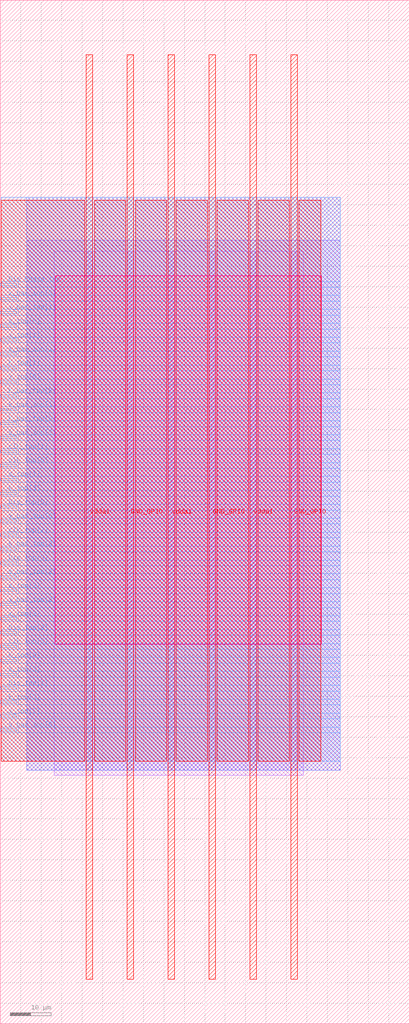
<source format=lef>
VERSION 5.7 ;
  NOWIREEXTENSIONATPIN ON ;
  DIVIDERCHAR "/" ;
  BUSBITCHARS "[]" ;
MACRO blackbox_test_4
  CLASS BLOCK ;
  FOREIGN blackbox_test_4 ;
  ORIGIN 0.000 0.000 ;
  SIZE 100.000 BY 250.000 ;
  PIN Dis_Phase_top
    DIRECTION INPUT ;
    USE SIGNAL ;
    PORT
      LAYER met3 ;
        RECT 0.000 180.240 4.000 180.840 ;
    END
  END Dis_Phase_top
  PIN Dis_top[0]
    DIRECTION INPUT ;
    USE SIGNAL ;
    PORT
      LAYER met3 ;
        RECT 0.000 125.840 4.000 126.440 ;
    END
  END Dis_top[0]
  PIN Dis_top[1]
    DIRECTION INPUT ;
    USE SIGNAL ;
    PORT
      LAYER met3 ;
        RECT 0.000 81.640 4.000 82.240 ;
    END
  END Dis_top[1]
  PIN Dis_top[2]
    DIRECTION INPUT ;
    USE SIGNAL ;
    PORT
      LAYER met3 ;
        RECT 0.000 95.240 4.000 95.840 ;
    END
  END Dis_top[2]
  PIN Dis_top[3]
    DIRECTION INPUT ;
    USE SIGNAL ;
    PORT
      LAYER met3 ;
        RECT 0.000 112.240 4.000 112.840 ;
    END
  END Dis_top[3]
  PIN GND_GPIO
    DIRECTION INOUT ;
    USE GROUND ;
    PORT
      LAYER met4 ;
        RECT 31.040 10.880 32.640 236.640 ;
    END
    PORT
      LAYER met4 ;
        RECT 51.040 10.880 52.640 236.640 ;
    END
    PORT
      LAYER met4 ;
        RECT 71.040 10.880 72.640 236.640 ;
    END
  END GND_GPIO
  PIN clk_top[0]
    DIRECTION INPUT ;
    USE SIGNAL ;
    PORT
      LAYER met3 ;
        RECT 0.000 136.040 4.000 136.640 ;
    END
  END clk_top[0]
  PIN clk_top[1]
    DIRECTION INPUT ;
    USE SIGNAL ;
    PORT
      LAYER met3 ;
        RECT 0.000 139.440 4.000 140.040 ;
    END
  END clk_top[1]
  PIN clk_top[2]
    DIRECTION INPUT ;
    USE SIGNAL ;
    PORT
      LAYER met3 ;
        RECT 0.000 119.040 4.000 119.640 ;
    END
  END clk_top[2]
  PIN clk_top[3]
    DIRECTION INPUT ;
    USE SIGNAL ;
    PORT
      LAYER met3 ;
        RECT 0.000 91.840 4.000 92.440 ;
    END
  END clk_top[3]
  PIN k_bar_top[0]
    DIRECTION INPUT ;
    USE SIGNAL ;
    PORT
      LAYER met3 ;
        RECT 0.000 146.240 4.000 146.840 ;
    END
  END k_bar_top[0]
  PIN k_bar_top[1]
    DIRECTION INPUT ;
    USE SIGNAL ;
    PORT
      LAYER met3 ;
        RECT 0.000 149.640 4.000 150.240 ;
    END
  END k_bar_top[1]
  PIN k_bar_top[2]
    DIRECTION INPUT ;
    USE SIGNAL ;
    PORT
      LAYER met3 ;
        RECT 0.000 115.640 4.000 116.240 ;
    END
  END k_bar_top[2]
  PIN k_bar_top[3]
    DIRECTION INPUT ;
    USE SIGNAL ;
    PORT
      LAYER met3 ;
        RECT 0.000 153.040 4.000 153.640 ;
    END
  END k_bar_top[3]
  PIN k_top[0]
    DIRECTION INPUT ;
    USE SIGNAL ;
    PORT
      LAYER met3 ;
        RECT 0.000 88.440 4.000 89.040 ;
    END
  END k_top[0]
  PIN k_top[1]
    DIRECTION INPUT ;
    USE SIGNAL ;
    PORT
      LAYER met3 ;
        RECT 0.000 159.840 4.000 160.440 ;
    END
  END k_top[1]
  PIN k_top[2]
    DIRECTION INPUT ;
    USE SIGNAL ;
    PORT
      LAYER met3 ;
        RECT 0.000 78.240 4.000 78.840 ;
    END
  END k_top[2]
  PIN k_top[3]
    DIRECTION INPUT ;
    USE SIGNAL ;
    PORT
      LAYER met3 ;
        RECT 0.000 129.240 4.000 129.840 ;
    END
  END k_top[3]
  PIN s_bar_top[0]
    DIRECTION OUTPUT TRISTATE ;
    USE SIGNAL ;
    PORT
      LAYER met3 ;
        RECT 0.000 71.440 4.000 72.040 ;
    END
  END s_bar_top[0]
  PIN s_bar_top[1]
    DIRECTION OUTPUT TRISTATE ;
    USE SIGNAL ;
    PORT
      LAYER met3 ;
        RECT 0.000 163.240 4.000 163.840 ;
    END
  END s_bar_top[1]
  PIN s_bar_top[2]
    DIRECTION OUTPUT TRISTATE ;
    USE SIGNAL ;
    PORT
      LAYER met3 ;
        RECT 0.000 108.840 4.000 109.440 ;
    END
  END s_bar_top[2]
  PIN s_bar_top[3]
    DIRECTION OUTPUT TRISTATE ;
    USE SIGNAL ;
    PORT
      LAYER met3 ;
        RECT 0.000 142.840 4.000 143.440 ;
    END
  END s_bar_top[3]
  PIN s_top[0]
    DIRECTION OUTPUT TRISTATE ;
    USE SIGNAL ;
    PORT
      LAYER met3 ;
        RECT 0.000 170.040 4.000 170.640 ;
    END
  END s_top[0]
  PIN s_top[1]
    DIRECTION OUTPUT TRISTATE ;
    USE SIGNAL ;
    PORT
      LAYER met3 ;
        RECT 0.000 132.640 4.000 133.240 ;
    END
  END s_top[1]
  PIN s_top[2]
    DIRECTION OUTPUT TRISTATE ;
    USE SIGNAL ;
    PORT
      LAYER met3 ;
        RECT 0.000 105.440 4.000 106.040 ;
    END
  END s_top[2]
  PIN s_top[3]
    DIRECTION OUTPUT TRISTATE ;
    USE SIGNAL ;
    PORT
      LAYER met3 ;
        RECT 0.000 85.040 4.000 85.640 ;
    END
  END s_top[3]
  PIN vdda1
    DIRECTION INOUT ;
    USE POWER ;
    PORT
      LAYER met4 ;
        RECT 21.040 10.880 22.640 236.640 ;
    END
    PORT
      LAYER met4 ;
        RECT 41.040 10.880 42.640 236.640 ;
    END
    PORT
      LAYER met4 ;
        RECT 61.040 10.880 62.640 236.640 ;
    END
  END vdda1
  PIN x_bar_top[0]
    DIRECTION INPUT ;
    USE SIGNAL ;
    PORT
      LAYER met3 ;
        RECT 0.000 122.440 4.000 123.040 ;
    END
  END x_bar_top[0]
  PIN x_bar_top[1]
    DIRECTION INPUT ;
    USE SIGNAL ;
    PORT
      LAYER met3 ;
        RECT 0.000 173.440 4.000 174.040 ;
    END
  END x_bar_top[1]
  PIN x_bar_top[2]
    DIRECTION INPUT ;
    USE SIGNAL ;
    PORT
      LAYER met3 ;
        RECT 0.000 102.040 4.000 102.640 ;
    END
  END x_bar_top[2]
  PIN x_bar_top[3]
    DIRECTION INPUT ;
    USE SIGNAL ;
    PORT
      LAYER met3 ;
        RECT 0.000 176.840 4.000 177.440 ;
    END
  END x_bar_top[3]
  PIN x_top[0]
    DIRECTION INPUT ;
    USE SIGNAL ;
    PORT
      LAYER met3 ;
        RECT 0.000 156.440 4.000 157.040 ;
    END
  END x_top[0]
  PIN x_top[1]
    DIRECTION INPUT ;
    USE SIGNAL ;
    PORT
      LAYER met3 ;
        RECT 0.000 166.640 4.000 167.240 ;
    END
  END x_top[1]
  PIN x_top[2]
    DIRECTION INPUT ;
    USE SIGNAL ;
    PORT
      LAYER met3 ;
        RECT 0.000 98.640 4.000 99.240 ;
    END
  END x_top[2]
  PIN x_top[3]
    DIRECTION INPUT ;
    USE SIGNAL ;
    PORT
      LAYER met3 ;
        RECT 0.000 74.840 4.000 75.440 ;
    END
  END x_top[3]
  OBS
      LAYER li1 ;
        RECT 13.130 60.630 74.100 188.690 ;
      LAYER met1 ;
        RECT 6.510 61.890 83.190 191.380 ;
      LAYER met2 ;
        RECT 6.530 61.940 83.170 201.805 ;
      LAYER met3 ;
        RECT 0.270 181.240 83.195 201.785 ;
        RECT 4.400 179.840 83.195 181.240 ;
        RECT 0.270 177.840 83.195 179.840 ;
        RECT 4.400 176.440 83.195 177.840 ;
        RECT 0.270 174.440 83.195 176.440 ;
        RECT 4.400 173.040 83.195 174.440 ;
        RECT 0.270 171.040 83.195 173.040 ;
        RECT 4.400 169.640 83.195 171.040 ;
        RECT 0.270 167.640 83.195 169.640 ;
        RECT 4.400 166.240 83.195 167.640 ;
        RECT 0.270 164.240 83.195 166.240 ;
        RECT 4.400 162.840 83.195 164.240 ;
        RECT 0.270 160.840 83.195 162.840 ;
        RECT 4.400 159.440 83.195 160.840 ;
        RECT 0.270 157.440 83.195 159.440 ;
        RECT 4.400 156.040 83.195 157.440 ;
        RECT 0.270 154.040 83.195 156.040 ;
        RECT 4.400 152.640 83.195 154.040 ;
        RECT 0.270 150.640 83.195 152.640 ;
        RECT 4.400 149.240 83.195 150.640 ;
        RECT 0.270 147.240 83.195 149.240 ;
        RECT 4.400 145.840 83.195 147.240 ;
        RECT 0.270 143.840 83.195 145.840 ;
        RECT 4.400 142.440 83.195 143.840 ;
        RECT 0.270 140.440 83.195 142.440 ;
        RECT 4.400 139.040 83.195 140.440 ;
        RECT 0.270 137.040 83.195 139.040 ;
        RECT 4.400 135.640 83.195 137.040 ;
        RECT 0.270 133.640 83.195 135.640 ;
        RECT 4.400 132.240 83.195 133.640 ;
        RECT 0.270 130.240 83.195 132.240 ;
        RECT 4.400 128.840 83.195 130.240 ;
        RECT 0.270 126.840 83.195 128.840 ;
        RECT 4.400 125.440 83.195 126.840 ;
        RECT 0.270 123.440 83.195 125.440 ;
        RECT 4.400 122.040 83.195 123.440 ;
        RECT 0.270 120.040 83.195 122.040 ;
        RECT 4.400 118.640 83.195 120.040 ;
        RECT 0.270 116.640 83.195 118.640 ;
        RECT 4.400 115.240 83.195 116.640 ;
        RECT 0.270 113.240 83.195 115.240 ;
        RECT 4.400 111.840 83.195 113.240 ;
        RECT 0.270 109.840 83.195 111.840 ;
        RECT 4.400 108.440 83.195 109.840 ;
        RECT 0.270 106.440 83.195 108.440 ;
        RECT 4.400 105.040 83.195 106.440 ;
        RECT 0.270 103.040 83.195 105.040 ;
        RECT 4.400 101.640 83.195 103.040 ;
        RECT 0.270 99.640 83.195 101.640 ;
        RECT 4.400 98.240 83.195 99.640 ;
        RECT 0.270 96.240 83.195 98.240 ;
        RECT 4.400 94.840 83.195 96.240 ;
        RECT 0.270 92.840 83.195 94.840 ;
        RECT 4.400 91.440 83.195 92.840 ;
        RECT 0.270 89.440 83.195 91.440 ;
        RECT 4.400 88.040 83.195 89.440 ;
        RECT 0.270 86.040 83.195 88.040 ;
        RECT 4.400 84.640 83.195 86.040 ;
        RECT 0.270 82.640 83.195 84.640 ;
        RECT 4.400 81.240 83.195 82.640 ;
        RECT 0.270 79.240 83.195 81.240 ;
        RECT 4.400 77.840 83.195 79.240 ;
        RECT 0.270 75.840 83.195 77.840 ;
        RECT 4.400 74.440 83.195 75.840 ;
        RECT 0.270 72.440 83.195 74.440 ;
        RECT 4.400 71.040 83.195 72.440 ;
        RECT 0.270 64.095 83.195 71.040 ;
      LAYER met4 ;
        RECT 0.295 64.095 20.640 201.105 ;
        RECT 23.040 64.095 30.640 201.105 ;
        RECT 33.040 64.095 40.640 201.105 ;
        RECT 43.040 64.095 50.640 201.105 ;
        RECT 53.040 64.095 60.640 201.105 ;
        RECT 63.040 64.095 70.640 201.105 ;
        RECT 73.040 64.095 78.330 201.105 ;
      LAYER met5 ;
        RECT 13.460 92.700 78.540 182.700 ;
  END
END blackbox_test_4
END LIBRARY


</source>
